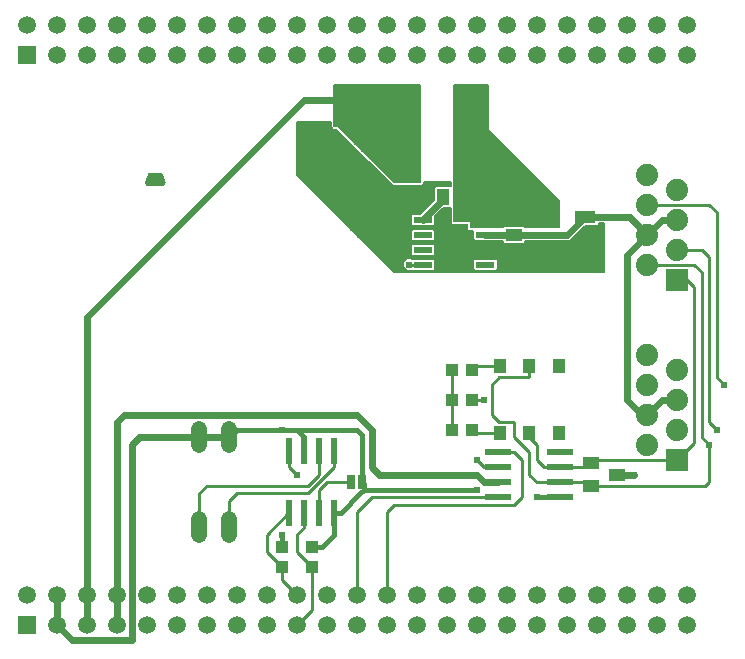
<source format=gtl>
G75*
G70*
%OFA0B0*%
%FSLAX24Y24*%
%IPPOS*%
%LPD*%
%AMOC8*
5,1,8,0,0,1.08239X$1,22.5*
%
%ADD10R,0.0594X0.0594*%
%ADD11C,0.0594*%
%ADD12R,0.0240X0.0870*%
%ADD13R,0.0250X0.0500*%
%ADD14C,0.0520*%
%ADD15R,0.0870X0.0240*%
%ADD16C,0.0740*%
%ADD17R,0.0740X0.0740*%
%ADD18R,0.0433X0.0394*%
%ADD19R,0.0394X0.0453*%
%ADD20R,0.0551X0.0394*%
%ADD21R,0.0394X0.0433*%
%ADD22C,0.0000*%
%ADD23C,0.0001*%
%ADD24R,0.0630X0.0210*%
%ADD25R,0.0950X0.1220*%
%ADD26R,0.0710X0.0440*%
%ADD27R,0.0570X0.0440*%
%ADD28R,0.0440X0.0570*%
%ADD29R,0.0310X0.1280*%
%ADD30R,0.0640X0.0860*%
%ADD31R,0.0870X0.3150*%
%ADD32C,0.0240*%
%ADD33C,0.0238*%
%ADD34C,0.0100*%
%ADD35C,0.0060*%
%ADD36C,0.0317*%
%ADD37C,0.0160*%
D10*
X008000Y000880D03*
X008000Y019880D03*
D11*
X009000Y019880D03*
X010000Y019880D03*
X011000Y019880D03*
X012000Y019880D03*
X013000Y019880D03*
X014000Y019880D03*
X015000Y019880D03*
X016000Y019880D03*
X017000Y019880D03*
X018000Y019880D03*
X019000Y019880D03*
X020000Y019880D03*
X021000Y019880D03*
X022000Y019880D03*
X023000Y019880D03*
X024000Y019880D03*
X025000Y019880D03*
X026000Y019880D03*
X027000Y019880D03*
X028000Y019880D03*
X029000Y019880D03*
X030000Y019880D03*
X030000Y020880D03*
X029000Y020880D03*
X028000Y020880D03*
X027000Y020880D03*
X026000Y020880D03*
X025000Y020880D03*
X024000Y020880D03*
X023000Y020880D03*
X022000Y020880D03*
X021000Y020880D03*
X020000Y020880D03*
X019000Y020880D03*
X018000Y020880D03*
X017000Y020880D03*
X016000Y020880D03*
X015000Y020880D03*
X014000Y020880D03*
X013000Y020880D03*
X012000Y020880D03*
X011000Y020880D03*
X010000Y020880D03*
X009000Y020880D03*
X008000Y020880D03*
X008000Y001880D03*
X009000Y001880D03*
X010000Y001880D03*
X011000Y001880D03*
X012000Y001880D03*
X013000Y001880D03*
X014000Y001880D03*
X015000Y001880D03*
X016000Y001880D03*
X017000Y001880D03*
X018000Y001880D03*
X019000Y001880D03*
X020000Y001880D03*
X021000Y001880D03*
X022000Y001880D03*
X023000Y001880D03*
X024000Y001880D03*
X025000Y001880D03*
X026000Y001880D03*
X027000Y001880D03*
X028000Y001880D03*
X029000Y001880D03*
X030000Y001880D03*
X030000Y000880D03*
X029000Y000880D03*
X028000Y000880D03*
X027000Y000880D03*
X026000Y000880D03*
X025000Y000880D03*
X024000Y000880D03*
X023000Y000880D03*
X022000Y000880D03*
X021000Y000880D03*
X020000Y000880D03*
X019000Y000880D03*
X018000Y000880D03*
X017000Y000880D03*
X016000Y000880D03*
X015000Y000880D03*
X014000Y000880D03*
X013000Y000880D03*
X012000Y000880D03*
X011000Y000880D03*
X010000Y000880D03*
X009000Y000880D03*
D12*
X016750Y004600D03*
X017250Y004600D03*
X017750Y004600D03*
X018250Y004600D03*
X018250Y006660D03*
X017750Y006660D03*
X017250Y006660D03*
X016750Y006660D03*
D13*
X018823Y005630D03*
X019177Y005630D03*
D14*
X014750Y004390D02*
X014750Y003870D01*
X013750Y003870D02*
X013750Y004390D01*
X013750Y006870D02*
X013750Y007390D01*
X014750Y007390D02*
X014750Y006870D01*
D15*
X023720Y006630D03*
X023720Y006130D03*
X023720Y005630D03*
X023720Y005130D03*
X025780Y005130D03*
X025780Y005630D03*
X025780Y006130D03*
X025780Y006630D03*
D16*
X028690Y006880D03*
X029690Y007380D03*
X028690Y007880D03*
X029690Y008380D03*
X028690Y008880D03*
X029690Y009380D03*
X028690Y009880D03*
X028690Y012880D03*
X029690Y013380D03*
X028690Y013880D03*
X029690Y014380D03*
X028690Y014880D03*
X029690Y015380D03*
X028690Y015880D03*
D17*
X029690Y012380D03*
X029690Y006380D03*
D18*
X022835Y007380D03*
X022165Y007380D03*
X022165Y008380D03*
X022835Y008380D03*
X022835Y009380D03*
X022165Y009380D03*
D19*
X023766Y009492D03*
X024750Y009492D03*
X025734Y009492D03*
X025734Y007268D03*
X024750Y007268D03*
X023766Y007268D03*
D20*
X026817Y006254D03*
X027683Y005880D03*
X026817Y005506D03*
D21*
X017500Y003465D03*
X016500Y003465D03*
X016500Y002795D03*
X017500Y002795D03*
D22*
X012545Y015526D02*
X012002Y015526D01*
X011982Y015565D01*
X011967Y015600D01*
X011951Y015640D01*
X011967Y015679D01*
X011982Y015723D01*
X011998Y015766D01*
X012014Y015809D01*
X012030Y015852D01*
X012045Y015896D01*
X012061Y015935D01*
X012108Y015935D01*
X012486Y015935D01*
X012502Y015896D01*
X012518Y015852D01*
X012533Y015809D01*
X012549Y015766D01*
X012565Y015723D01*
X012581Y015679D01*
X012596Y015640D01*
X012577Y015600D01*
X012561Y015565D01*
X012545Y015526D01*
D23*
X012002Y015526D01*
X012001Y015527D02*
X012546Y015527D01*
X012546Y015528D02*
X012001Y015528D01*
X012000Y015529D02*
X012547Y015529D01*
X012547Y015530D02*
X012000Y015530D01*
X011999Y015531D02*
X012547Y015531D01*
X012548Y015532D02*
X011999Y015532D01*
X011998Y015533D02*
X012548Y015533D01*
X012549Y015534D02*
X011998Y015534D01*
X011997Y015535D02*
X012549Y015535D01*
X012549Y015536D02*
X011997Y015536D01*
X011996Y015537D02*
X012550Y015537D01*
X012550Y015538D02*
X011996Y015538D01*
X011995Y015539D02*
X012551Y015539D01*
X012551Y015540D02*
X011995Y015540D01*
X011994Y015541D02*
X012551Y015541D01*
X012552Y015542D02*
X011994Y015542D01*
X011993Y015543D02*
X012552Y015543D01*
X012553Y015544D02*
X011993Y015544D01*
X011992Y015545D02*
X012553Y015545D01*
X012553Y015546D02*
X011992Y015546D01*
X011991Y015547D02*
X012554Y015547D01*
X012554Y015548D02*
X011991Y015548D01*
X011990Y015549D02*
X012555Y015549D01*
X012555Y015550D02*
X011990Y015550D01*
X011989Y015551D02*
X012555Y015551D01*
X012556Y015552D02*
X011989Y015552D01*
X011988Y015553D02*
X012556Y015553D01*
X012557Y015554D02*
X011988Y015554D01*
X011987Y015555D02*
X012557Y015555D01*
X012557Y015556D02*
X011987Y015556D01*
X011986Y015557D02*
X012558Y015557D01*
X012558Y015558D02*
X011986Y015558D01*
X011985Y015559D02*
X012559Y015559D01*
X012559Y015560D02*
X011985Y015560D01*
X011984Y015561D02*
X012559Y015561D01*
X012560Y015562D02*
X011984Y015562D01*
X011983Y015563D02*
X012560Y015563D01*
X012561Y015564D02*
X011983Y015564D01*
X011982Y015565D02*
X012561Y015565D01*
X012561Y015566D02*
X011982Y015566D01*
X011982Y015567D02*
X012562Y015567D01*
X012562Y015568D02*
X011981Y015568D01*
X011981Y015569D02*
X012563Y015569D01*
X012563Y015570D02*
X011980Y015570D01*
X011980Y015571D02*
X012564Y015571D01*
X012564Y015572D02*
X011979Y015572D01*
X011979Y015573D02*
X012564Y015573D01*
X012565Y015574D02*
X011978Y015574D01*
X011978Y015575D02*
X012565Y015575D01*
X012566Y015576D02*
X011978Y015576D01*
X011977Y015577D02*
X012566Y015577D01*
X012567Y015578D02*
X011977Y015578D01*
X011976Y015579D02*
X012567Y015579D01*
X012568Y015580D02*
X011976Y015580D01*
X011975Y015581D02*
X012568Y015581D01*
X012568Y015582D02*
X011975Y015582D01*
X011974Y015583D02*
X012569Y015583D01*
X012569Y015584D02*
X011974Y015584D01*
X011974Y015585D02*
X012570Y015585D01*
X012570Y015586D02*
X011973Y015586D01*
X011973Y015587D02*
X012571Y015587D01*
X012571Y015588D02*
X011972Y015588D01*
X011972Y015589D02*
X012572Y015589D01*
X012572Y015590D02*
X011971Y015590D01*
X011971Y015591D02*
X012572Y015591D01*
X012573Y015592D02*
X011970Y015592D01*
X011970Y015593D02*
X012573Y015593D01*
X012574Y015594D02*
X011970Y015594D01*
X011969Y015595D02*
X012574Y015595D01*
X012575Y015596D02*
X011969Y015596D01*
X011968Y015597D02*
X012575Y015597D01*
X012576Y015598D02*
X011968Y015598D01*
X011967Y015599D02*
X012576Y015599D01*
X012576Y015600D02*
X011967Y015600D01*
X011966Y015601D02*
X012577Y015601D01*
X012577Y015602D02*
X011966Y015602D01*
X011966Y015603D02*
X012578Y015603D01*
X012578Y015604D02*
X011965Y015604D01*
X011965Y015605D02*
X012579Y015605D01*
X012579Y015606D02*
X011964Y015606D01*
X011964Y015607D02*
X012580Y015607D01*
X012580Y015608D02*
X011964Y015608D01*
X011963Y015609D02*
X012581Y015609D01*
X012581Y015610D02*
X011963Y015610D01*
X011962Y015611D02*
X012582Y015611D01*
X012582Y015612D02*
X011962Y015612D01*
X011962Y015613D02*
X012583Y015613D01*
X012583Y015614D02*
X011961Y015614D01*
X011961Y015615D02*
X012584Y015615D01*
X012584Y015616D02*
X011960Y015616D01*
X011960Y015617D02*
X012585Y015617D01*
X012585Y015618D02*
X011960Y015618D01*
X011959Y015619D02*
X012586Y015619D01*
X012586Y015620D02*
X011959Y015620D01*
X011958Y015621D02*
X012587Y015621D01*
X012587Y015622D02*
X011958Y015622D01*
X011958Y015623D02*
X012588Y015623D01*
X012588Y015624D02*
X011957Y015624D01*
X011957Y015625D02*
X012589Y015625D01*
X012589Y015626D02*
X011956Y015626D01*
X011956Y015627D02*
X012590Y015627D01*
X012590Y015628D02*
X011956Y015628D01*
X011955Y015629D02*
X012591Y015629D01*
X012591Y015630D02*
X011955Y015630D01*
X011954Y015631D02*
X012592Y015631D01*
X012592Y015632D02*
X011954Y015632D01*
X011954Y015633D02*
X012593Y015633D01*
X012593Y015634D02*
X011953Y015634D01*
X011953Y015635D02*
X012594Y015635D01*
X012594Y015636D02*
X011952Y015636D01*
X011952Y015637D02*
X012595Y015637D01*
X012595Y015638D02*
X011952Y015638D01*
X011951Y015639D02*
X012596Y015639D01*
X012596Y015640D02*
X011951Y015640D01*
X011951Y015641D02*
X012596Y015641D01*
X012596Y015642D02*
X011952Y015642D01*
X011952Y015643D02*
X012595Y015643D01*
X012595Y015644D02*
X011952Y015644D01*
X011953Y015645D02*
X012595Y015645D01*
X012594Y015646D02*
X011953Y015646D01*
X011954Y015647D02*
X012594Y015647D01*
X012593Y015648D02*
X011954Y015648D01*
X011954Y015649D02*
X012593Y015649D01*
X012593Y015650D02*
X011955Y015650D01*
X011955Y015651D02*
X012592Y015651D01*
X012592Y015652D02*
X011956Y015652D01*
X011956Y015653D02*
X012591Y015653D01*
X012591Y015654D02*
X011956Y015654D01*
X011957Y015655D02*
X012591Y015655D01*
X012590Y015656D02*
X011957Y015656D01*
X011958Y015657D02*
X012590Y015657D01*
X012589Y015658D02*
X011958Y015658D01*
X011958Y015659D02*
X012589Y015659D01*
X012589Y015660D02*
X011959Y015660D01*
X011959Y015661D02*
X012588Y015661D01*
X012588Y015662D02*
X011960Y015662D01*
X011960Y015663D02*
X012587Y015663D01*
X012587Y015664D02*
X011960Y015664D01*
X011961Y015665D02*
X012587Y015665D01*
X012586Y015666D02*
X011961Y015666D01*
X011962Y015667D02*
X012586Y015667D01*
X012585Y015668D02*
X011962Y015668D01*
X011962Y015669D02*
X012585Y015669D01*
X012585Y015670D02*
X011963Y015670D01*
X011963Y015671D02*
X012584Y015671D01*
X012584Y015672D02*
X011964Y015672D01*
X011964Y015673D02*
X012583Y015673D01*
X012583Y015674D02*
X011964Y015674D01*
X011965Y015675D02*
X012583Y015675D01*
X012582Y015676D02*
X011965Y015676D01*
X011966Y015677D02*
X012582Y015677D01*
X012581Y015678D02*
X011966Y015678D01*
X011966Y015679D02*
X012581Y015679D01*
X012581Y015680D02*
X011967Y015680D01*
X011967Y015681D02*
X012580Y015681D01*
X012580Y015682D02*
X011967Y015682D01*
X011968Y015683D02*
X012579Y015683D01*
X012579Y015684D02*
X011968Y015684D01*
X011969Y015685D02*
X012579Y015685D01*
X012578Y015686D02*
X011969Y015686D01*
X011969Y015687D02*
X012578Y015687D01*
X012578Y015688D02*
X011970Y015688D01*
X011970Y015689D02*
X012577Y015689D01*
X012577Y015690D02*
X011970Y015690D01*
X011971Y015691D02*
X012577Y015691D01*
X012576Y015692D02*
X011971Y015692D01*
X011971Y015693D02*
X012576Y015693D01*
X012575Y015694D02*
X011972Y015694D01*
X011972Y015695D02*
X012575Y015695D01*
X012575Y015696D02*
X011973Y015696D01*
X011973Y015697D02*
X012574Y015697D01*
X012574Y015698D02*
X011973Y015698D01*
X011974Y015699D02*
X012574Y015699D01*
X012573Y015700D02*
X011974Y015700D01*
X011974Y015701D02*
X012573Y015701D01*
X012573Y015702D02*
X011975Y015702D01*
X011975Y015703D02*
X012572Y015703D01*
X012572Y015704D02*
X011975Y015704D01*
X011976Y015705D02*
X012571Y015705D01*
X012571Y015706D02*
X011976Y015706D01*
X011977Y015707D02*
X012571Y015707D01*
X012570Y015708D02*
X011977Y015708D01*
X011977Y015709D02*
X012570Y015709D01*
X012570Y015710D02*
X011978Y015710D01*
X011978Y015711D02*
X012569Y015711D01*
X012569Y015712D02*
X011978Y015712D01*
X011979Y015713D02*
X012569Y015713D01*
X012568Y015714D02*
X011979Y015714D01*
X011979Y015715D02*
X012568Y015715D01*
X012567Y015716D02*
X011980Y015716D01*
X011980Y015717D02*
X012567Y015717D01*
X012567Y015718D02*
X011981Y015718D01*
X011981Y015719D02*
X012566Y015719D01*
X012566Y015720D02*
X011981Y015720D01*
X011982Y015721D02*
X012566Y015721D01*
X012565Y015722D02*
X011982Y015722D01*
X011982Y015723D02*
X012565Y015723D01*
X012565Y015724D02*
X011983Y015724D01*
X011983Y015725D02*
X012564Y015725D01*
X012564Y015726D02*
X011983Y015726D01*
X011984Y015727D02*
X012563Y015727D01*
X012563Y015728D02*
X011984Y015728D01*
X011985Y015729D02*
X012563Y015729D01*
X012562Y015730D02*
X011985Y015730D01*
X011985Y015731D02*
X012562Y015731D01*
X012562Y015732D02*
X011986Y015732D01*
X011986Y015733D02*
X012561Y015733D01*
X012561Y015734D02*
X011986Y015734D01*
X011987Y015735D02*
X012561Y015735D01*
X012560Y015736D02*
X011987Y015736D01*
X011987Y015737D02*
X012560Y015737D01*
X012559Y015738D02*
X011988Y015738D01*
X011988Y015739D02*
X012559Y015739D01*
X012559Y015740D02*
X011989Y015740D01*
X011989Y015741D02*
X012558Y015741D01*
X012558Y015742D02*
X011989Y015742D01*
X011990Y015743D02*
X012558Y015743D01*
X012557Y015744D02*
X011990Y015744D01*
X011990Y015745D02*
X012557Y015745D01*
X012557Y015746D02*
X011991Y015746D01*
X011991Y015747D02*
X012556Y015747D01*
X012556Y015748D02*
X011991Y015748D01*
X011992Y015749D02*
X012555Y015749D01*
X012555Y015750D02*
X011992Y015750D01*
X011992Y015751D02*
X012555Y015751D01*
X012554Y015752D02*
X011993Y015752D01*
X011993Y015753D02*
X012554Y015753D01*
X012554Y015754D02*
X011994Y015754D01*
X011994Y015755D02*
X012553Y015755D01*
X012553Y015756D02*
X011994Y015756D01*
X011995Y015757D02*
X012553Y015757D01*
X012552Y015758D02*
X011995Y015758D01*
X011995Y015759D02*
X012552Y015759D01*
X012551Y015760D02*
X011996Y015760D01*
X011996Y015761D02*
X012551Y015761D01*
X012551Y015762D02*
X011996Y015762D01*
X011997Y015763D02*
X012550Y015763D01*
X012550Y015764D02*
X011997Y015764D01*
X011998Y015765D02*
X012550Y015765D01*
X012549Y015766D02*
X011998Y015766D01*
X011998Y015767D02*
X012549Y015767D01*
X012549Y015768D02*
X011999Y015768D01*
X011999Y015769D02*
X012548Y015769D01*
X012548Y015770D02*
X011999Y015770D01*
X012000Y015771D02*
X012547Y015771D01*
X012547Y015772D02*
X012000Y015772D01*
X012000Y015773D02*
X012547Y015773D01*
X012546Y015774D02*
X012001Y015774D01*
X012001Y015775D02*
X012546Y015775D01*
X012546Y015776D02*
X012002Y015776D01*
X012002Y015777D02*
X012545Y015777D01*
X012545Y015778D02*
X012002Y015778D01*
X012003Y015779D02*
X012545Y015779D01*
X012544Y015780D02*
X012003Y015780D01*
X012003Y015781D02*
X012544Y015781D01*
X012543Y015782D02*
X012004Y015782D01*
X012004Y015783D02*
X012543Y015783D01*
X012543Y015784D02*
X012004Y015784D01*
X012005Y015785D02*
X012542Y015785D01*
X012542Y015786D02*
X012005Y015786D01*
X012006Y015787D02*
X012542Y015787D01*
X012541Y015788D02*
X012006Y015788D01*
X012006Y015789D02*
X012541Y015789D01*
X012541Y015790D02*
X012007Y015790D01*
X012007Y015791D02*
X012540Y015791D01*
X012540Y015792D02*
X012007Y015792D01*
X012008Y015793D02*
X012539Y015793D01*
X012539Y015794D02*
X012008Y015794D01*
X012008Y015795D02*
X012539Y015795D01*
X012538Y015796D02*
X012009Y015796D01*
X012009Y015797D02*
X012538Y015797D01*
X012538Y015798D02*
X012010Y015798D01*
X012010Y015799D02*
X012537Y015799D01*
X012537Y015800D02*
X012010Y015800D01*
X012011Y015801D02*
X012537Y015801D01*
X012536Y015802D02*
X012011Y015802D01*
X012011Y015803D02*
X012536Y015803D01*
X012535Y015804D02*
X012012Y015804D01*
X012012Y015805D02*
X012535Y015805D01*
X012535Y015806D02*
X012012Y015806D01*
X012013Y015807D02*
X012534Y015807D01*
X012534Y015808D02*
X012013Y015808D01*
X012014Y015809D02*
X012534Y015809D01*
X012533Y015810D02*
X012014Y015810D01*
X012014Y015811D02*
X012533Y015811D01*
X012533Y015812D02*
X012015Y015812D01*
X012015Y015813D02*
X012532Y015813D01*
X012532Y015814D02*
X012015Y015814D01*
X012016Y015815D02*
X012531Y015815D01*
X012531Y015816D02*
X012016Y015816D01*
X012016Y015817D02*
X012531Y015817D01*
X012530Y015818D02*
X012017Y015818D01*
X012017Y015819D02*
X012530Y015819D01*
X012530Y015820D02*
X012018Y015820D01*
X012018Y015821D02*
X012529Y015821D01*
X012529Y015822D02*
X012018Y015822D01*
X012019Y015823D02*
X012529Y015823D01*
X012528Y015824D02*
X012019Y015824D01*
X012019Y015825D02*
X012528Y015825D01*
X012528Y015826D02*
X012020Y015826D01*
X012020Y015827D02*
X012527Y015827D01*
X012527Y015828D02*
X012020Y015828D01*
X012021Y015829D02*
X012526Y015829D01*
X012526Y015830D02*
X012021Y015830D01*
X012022Y015831D02*
X012526Y015831D01*
X012525Y015832D02*
X012022Y015832D01*
X012022Y015833D02*
X012525Y015833D01*
X012525Y015834D02*
X012023Y015834D01*
X012023Y015835D02*
X012524Y015835D01*
X012524Y015836D02*
X012023Y015836D01*
X012024Y015837D02*
X012524Y015837D01*
X012523Y015838D02*
X012024Y015838D01*
X012024Y015839D02*
X012523Y015839D01*
X012522Y015840D02*
X012025Y015840D01*
X012025Y015841D02*
X012522Y015841D01*
X012522Y015842D02*
X012026Y015842D01*
X012026Y015843D02*
X012521Y015843D01*
X012521Y015844D02*
X012026Y015844D01*
X012027Y015845D02*
X012521Y015845D01*
X012520Y015846D02*
X012027Y015846D01*
X012027Y015847D02*
X012520Y015847D01*
X012520Y015848D02*
X012028Y015848D01*
X012028Y015849D02*
X012519Y015849D01*
X012519Y015850D02*
X012028Y015850D01*
X012029Y015851D02*
X012518Y015851D01*
X012518Y015852D02*
X012029Y015852D01*
X012030Y015853D02*
X012518Y015853D01*
X012517Y015854D02*
X012030Y015854D01*
X012030Y015855D02*
X012517Y015855D01*
X012517Y015856D02*
X012031Y015856D01*
X012031Y015857D02*
X012516Y015857D01*
X012516Y015858D02*
X012031Y015858D01*
X012032Y015859D02*
X012516Y015859D01*
X012515Y015860D02*
X012032Y015860D01*
X012032Y015861D02*
X012515Y015861D01*
X012514Y015862D02*
X012033Y015862D01*
X012033Y015863D02*
X012514Y015863D01*
X012034Y015863D01*
X012034Y015864D02*
X012513Y015864D01*
X012513Y015865D02*
X012034Y015865D01*
X012035Y015866D02*
X012513Y015866D01*
X012512Y015867D02*
X012035Y015867D01*
X012035Y015868D02*
X012512Y015868D01*
X012512Y015869D02*
X012036Y015869D01*
X012036Y015870D02*
X012511Y015870D01*
X012511Y015871D02*
X012036Y015871D01*
X012037Y015872D02*
X012510Y015872D01*
X012510Y015873D02*
X012037Y015873D01*
X012038Y015874D02*
X012510Y015874D01*
X012509Y015875D02*
X012038Y015875D01*
X012038Y015876D02*
X012509Y015876D01*
X012509Y015877D02*
X012039Y015877D01*
X012039Y015878D02*
X012508Y015878D01*
X012508Y015879D02*
X012039Y015879D01*
X012040Y015880D02*
X012508Y015880D01*
X012507Y015881D02*
X012040Y015881D01*
X012040Y015882D02*
X012507Y015882D01*
X012506Y015883D02*
X012041Y015883D01*
X012041Y015884D02*
X012506Y015884D01*
X012506Y015885D02*
X012042Y015885D01*
X012042Y015886D02*
X012505Y015886D01*
X012505Y015887D02*
X012042Y015887D01*
X012043Y015888D02*
X012505Y015888D01*
X012504Y015889D02*
X012043Y015889D01*
X012043Y015890D02*
X012504Y015890D01*
X012504Y015891D02*
X012044Y015891D01*
X012044Y015892D02*
X012503Y015892D01*
X012503Y015893D02*
X012044Y015893D01*
X012045Y015894D02*
X012502Y015894D01*
X012502Y015895D02*
X012045Y015895D01*
X012046Y015896D02*
X012502Y015896D01*
X012501Y015897D02*
X012046Y015897D01*
X012046Y015898D02*
X012501Y015898D01*
X012500Y015899D02*
X012047Y015899D01*
X012047Y015900D02*
X012500Y015900D01*
X012500Y015901D02*
X012048Y015901D01*
X012048Y015902D02*
X012499Y015902D01*
X012499Y015903D02*
X012048Y015903D01*
X012049Y015904D02*
X012498Y015904D01*
X012498Y015905D02*
X012049Y015905D01*
X012050Y015906D02*
X012498Y015906D01*
X012497Y015907D02*
X012050Y015907D01*
X012050Y015908D02*
X012497Y015908D01*
X012496Y015909D02*
X012051Y015909D01*
X012051Y015910D02*
X012496Y015910D01*
X012496Y015911D02*
X012052Y015911D01*
X012052Y015912D02*
X012495Y015912D01*
X012495Y015913D02*
X012052Y015913D01*
X012053Y015914D02*
X012494Y015914D01*
X012494Y015915D02*
X012053Y015915D01*
X012054Y015916D02*
X012494Y015916D01*
X012493Y015917D02*
X012054Y015917D01*
X012054Y015918D02*
X012493Y015918D01*
X012492Y015919D02*
X012055Y015919D01*
X012055Y015920D02*
X012492Y015920D01*
X012492Y015921D02*
X012056Y015921D01*
X012056Y015922D02*
X012491Y015922D01*
X012491Y015923D02*
X012056Y015923D01*
X012057Y015924D02*
X012490Y015924D01*
X012490Y015925D02*
X012057Y015925D01*
X012058Y015926D02*
X012490Y015926D01*
X012489Y015927D02*
X012058Y015927D01*
X012058Y015928D02*
X012489Y015928D01*
X012488Y015929D02*
X012059Y015929D01*
X012059Y015930D02*
X012488Y015930D01*
X012488Y015931D02*
X012060Y015931D01*
X012060Y015932D02*
X012487Y015932D01*
X012487Y015933D02*
X012060Y015933D01*
X012061Y015934D02*
X012486Y015934D01*
D24*
X021210Y014380D03*
X021210Y013880D03*
X021210Y013380D03*
X021210Y012880D03*
X023290Y012880D03*
X023290Y013380D03*
X023290Y013880D03*
X023290Y014380D03*
D25*
X022250Y013630D03*
D26*
X026625Y013290D03*
X026625Y014470D03*
D27*
X024250Y013865D03*
X024250Y013145D03*
D28*
X022610Y015130D03*
X021890Y015130D03*
D29*
X018500Y016355D03*
X018500Y018155D03*
D30*
X025375Y014610D03*
X025375Y013150D03*
D31*
X022870Y017255D03*
X020630Y017255D03*
D32*
X020500Y017385D01*
X020500Y018130D01*
X020475Y018155D01*
X018500Y018155D01*
X018500Y018380D02*
X017250Y018380D01*
X010000Y011130D01*
X010000Y001880D01*
X010000Y000880D01*
X009500Y000380D02*
X010500Y000380D01*
X011500Y000380D01*
X011500Y006880D01*
X011750Y007130D01*
X013750Y007130D01*
X014750Y007130D01*
X011250Y007880D02*
X011000Y007630D01*
X011000Y001880D01*
X011000Y000880D01*
X009500Y000380D02*
X009000Y000880D01*
X009000Y001880D01*
X011250Y007880D02*
X019000Y007880D01*
X019500Y007380D01*
X019500Y006130D01*
X019750Y005880D01*
X023000Y005880D01*
X023250Y005630D01*
X023720Y005630D01*
X027683Y005880D02*
X028250Y005880D01*
X028500Y007880D02*
X028000Y008380D01*
X028000Y011380D01*
X028000Y013190D01*
X028690Y013880D01*
X028100Y014470D01*
X026625Y014470D01*
X026020Y013865D01*
X024250Y013865D01*
X024235Y013880D01*
X023290Y013880D01*
X023290Y014380D02*
X022610Y015060D01*
X022610Y015130D01*
X022610Y016995D01*
X022870Y017255D01*
X025375Y014750D01*
X025375Y014610D01*
X026625Y013290D02*
X026625Y012880D01*
X028690Y013880D02*
X029190Y014380D01*
X029690Y014380D01*
X021890Y015060D02*
X021210Y014380D01*
X021890Y015060D02*
X021890Y015130D01*
X019750Y017255D02*
X019625Y017255D01*
X018500Y018380D01*
X028690Y007880D02*
X029190Y008380D01*
X029690Y008380D01*
X028690Y007880D02*
X028500Y007880D01*
D33*
X030750Y006880D03*
X031000Y007380D03*
X031250Y008880D03*
X028250Y005880D03*
X025000Y005130D03*
X023000Y005380D03*
X023000Y006380D03*
X023250Y008380D03*
X017000Y005880D03*
X016500Y007380D03*
X016500Y003880D03*
X020750Y012880D03*
X021875Y013130D03*
X022125Y013380D03*
X021875Y013630D03*
X022125Y013880D03*
X021875Y014130D03*
X022375Y014130D03*
X022625Y013880D03*
X022375Y013630D03*
X022625Y013380D03*
X022375Y013130D03*
X019750Y017255D03*
D34*
X020630Y017255D01*
X020750Y012880D02*
X021210Y012880D01*
X022165Y009380D02*
X022165Y008380D01*
X022165Y007380D01*
X022835Y007380D02*
X022947Y007268D01*
X023766Y007268D01*
X023750Y007630D02*
X024250Y007630D01*
X024250Y007130D01*
X024750Y006630D01*
X024750Y005880D01*
X025000Y005630D01*
X025780Y005630D01*
X026693Y005630D01*
X026817Y005506D01*
X030626Y005506D01*
X030750Y005630D01*
X030750Y006880D01*
X030500Y007130D01*
X030500Y012630D01*
X030250Y012880D01*
X028690Y012880D01*
X029690Y012380D02*
X030000Y012380D01*
X030250Y012130D01*
X030250Y006940D01*
X029690Y006380D01*
X026943Y006380D01*
X026817Y006254D01*
X026693Y006130D01*
X025780Y006130D01*
X025250Y006130D01*
X025000Y006380D01*
X025000Y006880D01*
X024750Y007130D01*
X024750Y007268D01*
X024250Y006630D02*
X023720Y006630D01*
X023720Y006130D02*
X023250Y006130D01*
X023000Y006380D01*
X024250Y006630D02*
X024500Y006380D01*
X024500Y005130D01*
X024250Y004880D01*
X020250Y004880D01*
X020000Y004630D01*
X020000Y001880D01*
X019000Y001880D02*
X019000Y004630D01*
X019500Y005130D01*
X023720Y005130D01*
X023750Y007630D02*
X023500Y007880D01*
X023500Y008630D01*
X023500Y008880D01*
X023750Y009130D01*
X024750Y009130D01*
X024750Y009492D01*
X023766Y009492D02*
X022947Y009492D01*
X022835Y009380D01*
X022835Y008380D02*
X023250Y008380D01*
X018823Y005630D02*
X018000Y005630D01*
X017750Y005380D01*
X017750Y004600D01*
X017250Y004600D02*
X017250Y004130D01*
X017000Y003880D01*
X017000Y003295D01*
X017500Y002795D01*
X017500Y001380D01*
X017000Y000880D01*
X017000Y001880D02*
X016500Y002380D01*
X016500Y002795D01*
X016000Y003295D01*
X016000Y003880D01*
X016720Y004600D01*
X016750Y004600D01*
X017375Y005255D02*
X018250Y006130D01*
X018250Y006660D01*
X017750Y006660D02*
X017750Y005880D01*
X017375Y005505D01*
X014000Y005505D01*
X013750Y005255D01*
X013750Y004130D01*
X014750Y004130D02*
X014750Y005005D01*
X015000Y005255D01*
X017375Y005255D01*
X017000Y005880D02*
X016750Y006130D01*
X016750Y006660D01*
X029690Y013380D02*
X030500Y013380D01*
X030750Y013130D01*
X030750Y007630D01*
X031000Y007380D01*
X031250Y008880D02*
X031000Y009130D01*
X031000Y014630D01*
X030750Y014880D01*
X028690Y014880D01*
D35*
X027250Y014260D02*
X027250Y012630D01*
X020250Y012630D01*
X017000Y015880D01*
X017000Y017630D01*
X018130Y017630D01*
X018130Y017455D01*
X018200Y017385D01*
X018325Y017385D01*
X020130Y015580D01*
X020200Y015510D01*
X021175Y015510D01*
X021245Y015580D01*
X021245Y015630D01*
X022130Y015630D01*
X022130Y015505D01*
X021633Y015505D01*
X021580Y015452D01*
X021580Y015047D01*
X021108Y014575D01*
X020858Y014575D01*
X020805Y014522D01*
X020805Y014238D01*
X020858Y014185D01*
X021108Y014185D01*
X021123Y014170D01*
X021297Y014170D01*
X021312Y014185D01*
X021562Y014185D01*
X021615Y014238D01*
X021615Y014488D01*
X021882Y014755D01*
X022130Y014755D01*
X022130Y014080D01*
X022200Y014010D01*
X022885Y014010D01*
X022885Y013738D01*
X022938Y013685D01*
X023188Y013685D01*
X023203Y013670D01*
X023875Y013670D01*
X023875Y013608D01*
X023928Y013555D01*
X024572Y013555D01*
X024625Y013608D01*
X024625Y013655D01*
X026107Y013655D01*
X026612Y014160D01*
X027017Y014160D01*
X027070Y014213D01*
X027070Y014260D01*
X027250Y014260D01*
X027250Y014229D02*
X027070Y014229D01*
X027027Y014170D02*
X027250Y014170D01*
X027250Y014112D02*
X026564Y014112D01*
X026505Y014053D02*
X027250Y014053D01*
X027250Y013995D02*
X026447Y013995D01*
X026388Y013936D02*
X027250Y013936D01*
X027250Y013878D02*
X026330Y013878D01*
X026271Y013819D02*
X027250Y013819D01*
X027250Y013761D02*
X026213Y013761D01*
X026154Y013702D02*
X027250Y013702D01*
X027250Y013644D02*
X024625Y013644D01*
X024602Y013585D02*
X027250Y013585D01*
X027250Y013527D02*
X021611Y013527D01*
X021615Y013522D02*
X021562Y013575D01*
X020858Y013575D01*
X020805Y013522D01*
X020805Y013238D01*
X020858Y013185D01*
X021562Y013185D01*
X021615Y013238D01*
X021615Y013522D01*
X021615Y013468D02*
X027250Y013468D01*
X027250Y013410D02*
X021615Y013410D01*
X021615Y013351D02*
X027250Y013351D01*
X027250Y013293D02*
X021615Y013293D01*
X021611Y013234D02*
X027250Y013234D01*
X027250Y013176D02*
X019704Y013176D01*
X019646Y013234D02*
X020809Y013234D01*
X020805Y013293D02*
X019587Y013293D01*
X019529Y013351D02*
X020805Y013351D01*
X020805Y013410D02*
X019470Y013410D01*
X019412Y013468D02*
X020805Y013468D01*
X020809Y013527D02*
X019353Y013527D01*
X019295Y013585D02*
X023898Y013585D01*
X023875Y013644D02*
X019236Y013644D01*
X019178Y013702D02*
X020841Y013702D01*
X020858Y013685D02*
X020805Y013738D01*
X020805Y014022D01*
X020858Y014075D01*
X021562Y014075D01*
X021615Y014022D01*
X021615Y013738D01*
X021562Y013685D01*
X020858Y013685D01*
X020805Y013761D02*
X019119Y013761D01*
X019061Y013819D02*
X020805Y013819D01*
X020805Y013878D02*
X019002Y013878D01*
X018944Y013936D02*
X020805Y013936D01*
X020805Y013995D02*
X018885Y013995D01*
X018827Y014053D02*
X020836Y014053D01*
X020814Y014229D02*
X018651Y014229D01*
X018593Y014287D02*
X020805Y014287D01*
X020805Y014346D02*
X018534Y014346D01*
X018476Y014404D02*
X020805Y014404D01*
X020805Y014463D02*
X018417Y014463D01*
X018359Y014521D02*
X020805Y014521D01*
X021113Y014580D02*
X018300Y014580D01*
X018242Y014638D02*
X021171Y014638D01*
X021230Y014697D02*
X018183Y014697D01*
X018125Y014755D02*
X021288Y014755D01*
X021347Y014814D02*
X018066Y014814D01*
X018008Y014872D02*
X021405Y014872D01*
X021464Y014931D02*
X017949Y014931D01*
X017891Y014989D02*
X021522Y014989D01*
X021580Y015048D02*
X017832Y015048D01*
X017774Y015106D02*
X021580Y015106D01*
X021580Y015165D02*
X017715Y015165D01*
X017657Y015223D02*
X021580Y015223D01*
X021580Y015282D02*
X017598Y015282D01*
X017540Y015340D02*
X021580Y015340D01*
X021580Y015399D02*
X017481Y015399D01*
X017423Y015457D02*
X021585Y015457D01*
X021239Y015574D02*
X022130Y015574D01*
X022130Y015516D02*
X021180Y015516D01*
X021125Y015630D02*
X020250Y015630D01*
X018375Y017505D01*
X018250Y017505D01*
X018250Y018880D01*
X021125Y018880D01*
X021125Y015630D01*
X021125Y015633D02*
X020247Y015633D01*
X020189Y015691D02*
X021125Y015691D01*
X021125Y015750D02*
X020130Y015750D01*
X020072Y015808D02*
X021125Y015808D01*
X021125Y015867D02*
X020013Y015867D01*
X019955Y015925D02*
X021125Y015925D01*
X021125Y015984D02*
X019896Y015984D01*
X019838Y016042D02*
X021125Y016042D01*
X021125Y016101D02*
X019779Y016101D01*
X019721Y016159D02*
X021125Y016159D01*
X021125Y016218D02*
X019662Y016218D01*
X019604Y016276D02*
X021125Y016276D01*
X021125Y016335D02*
X019545Y016335D01*
X019487Y016393D02*
X021125Y016393D01*
X021125Y016452D02*
X019428Y016452D01*
X019370Y016510D02*
X021125Y016510D01*
X021125Y016569D02*
X019311Y016569D01*
X019253Y016627D02*
X021125Y016627D01*
X021125Y016686D02*
X019194Y016686D01*
X019136Y016744D02*
X021125Y016744D01*
X021125Y016803D02*
X019077Y016803D01*
X019019Y016861D02*
X021125Y016861D01*
X021125Y016920D02*
X018960Y016920D01*
X018902Y016978D02*
X021125Y016978D01*
X021125Y017037D02*
X018843Y017037D01*
X018785Y017095D02*
X021125Y017095D01*
X021125Y017154D02*
X018726Y017154D01*
X018668Y017212D02*
X021125Y017212D01*
X021125Y017271D02*
X018609Y017271D01*
X018551Y017329D02*
X021125Y017329D01*
X021125Y017388D02*
X018492Y017388D01*
X018434Y017446D02*
X021125Y017446D01*
X021125Y017505D02*
X018375Y017505D01*
X018250Y017563D02*
X021125Y017563D01*
X021125Y017622D02*
X018250Y017622D01*
X018250Y017680D02*
X021125Y017680D01*
X021125Y017739D02*
X018250Y017739D01*
X018250Y017797D02*
X021125Y017797D01*
X021125Y017856D02*
X018250Y017856D01*
X018250Y017914D02*
X021125Y017914D01*
X021125Y017973D02*
X018250Y017973D01*
X018250Y018031D02*
X021125Y018031D01*
X021125Y018090D02*
X018250Y018090D01*
X018250Y018148D02*
X021125Y018148D01*
X021125Y018207D02*
X018250Y018207D01*
X018250Y018265D02*
X021125Y018265D01*
X021125Y018324D02*
X018250Y018324D01*
X018250Y018382D02*
X021125Y018382D01*
X021125Y018441D02*
X018250Y018441D01*
X018250Y018499D02*
X021125Y018499D01*
X021125Y018558D02*
X018250Y018558D01*
X018250Y018616D02*
X021125Y018616D01*
X021125Y018675D02*
X018250Y018675D01*
X018250Y018733D02*
X021125Y018733D01*
X021125Y018792D02*
X018250Y018792D01*
X018250Y018850D02*
X021125Y018850D01*
X022250Y018850D02*
X023375Y018850D01*
X023375Y018880D02*
X022250Y018880D01*
X022250Y014330D01*
X022279Y014330D01*
X022288Y014339D01*
X022462Y014339D01*
X022471Y014330D01*
X022762Y014330D01*
X022815Y014277D01*
X022815Y014130D01*
X023883Y014130D01*
X023928Y014175D01*
X024572Y014175D01*
X024617Y014130D01*
X025750Y014130D01*
X025750Y015005D01*
X023375Y017380D01*
X023375Y018880D01*
X023375Y018792D02*
X022250Y018792D01*
X022250Y018733D02*
X023375Y018733D01*
X023375Y018675D02*
X022250Y018675D01*
X022250Y018616D02*
X023375Y018616D01*
X023375Y018558D02*
X022250Y018558D01*
X022250Y018499D02*
X023375Y018499D01*
X023375Y018441D02*
X022250Y018441D01*
X022250Y018382D02*
X023375Y018382D01*
X023375Y018324D02*
X022250Y018324D01*
X022250Y018265D02*
X023375Y018265D01*
X023375Y018207D02*
X022250Y018207D01*
X022250Y018148D02*
X023375Y018148D01*
X023375Y018090D02*
X022250Y018090D01*
X022250Y018031D02*
X023375Y018031D01*
X023375Y017973D02*
X022250Y017973D01*
X022250Y017914D02*
X023375Y017914D01*
X023375Y017856D02*
X022250Y017856D01*
X022250Y017797D02*
X023375Y017797D01*
X023375Y017739D02*
X022250Y017739D01*
X022250Y017680D02*
X023375Y017680D01*
X023375Y017622D02*
X022250Y017622D01*
X022250Y017563D02*
X023375Y017563D01*
X023375Y017505D02*
X022250Y017505D01*
X022250Y017446D02*
X023375Y017446D01*
X023375Y017388D02*
X022250Y017388D01*
X022250Y017329D02*
X023426Y017329D01*
X023484Y017271D02*
X022250Y017271D01*
X022250Y017212D02*
X023543Y017212D01*
X023601Y017154D02*
X022250Y017154D01*
X022250Y017095D02*
X023660Y017095D01*
X023718Y017037D02*
X022250Y017037D01*
X022250Y016978D02*
X023777Y016978D01*
X023835Y016920D02*
X022250Y016920D01*
X022250Y016861D02*
X023894Y016861D01*
X023952Y016803D02*
X022250Y016803D01*
X022250Y016744D02*
X024011Y016744D01*
X024069Y016686D02*
X022250Y016686D01*
X022250Y016627D02*
X024128Y016627D01*
X024186Y016569D02*
X022250Y016569D01*
X022250Y016510D02*
X024245Y016510D01*
X024303Y016452D02*
X022250Y016452D01*
X022250Y016393D02*
X024362Y016393D01*
X024420Y016335D02*
X022250Y016335D01*
X022250Y016276D02*
X024479Y016276D01*
X024537Y016218D02*
X022250Y016218D01*
X022250Y016159D02*
X024596Y016159D01*
X024654Y016101D02*
X022250Y016101D01*
X022250Y016042D02*
X024713Y016042D01*
X024771Y015984D02*
X022250Y015984D01*
X022250Y015925D02*
X024830Y015925D01*
X024888Y015867D02*
X022250Y015867D01*
X022250Y015808D02*
X024947Y015808D01*
X025005Y015750D02*
X022250Y015750D01*
X022250Y015691D02*
X025064Y015691D01*
X025122Y015633D02*
X022250Y015633D01*
X022250Y015574D02*
X025181Y015574D01*
X025239Y015516D02*
X022250Y015516D01*
X022250Y015457D02*
X025298Y015457D01*
X025356Y015399D02*
X022250Y015399D01*
X022250Y015340D02*
X025415Y015340D01*
X025473Y015282D02*
X022250Y015282D01*
X022250Y015223D02*
X025532Y015223D01*
X025590Y015165D02*
X022250Y015165D01*
X022250Y015106D02*
X025649Y015106D01*
X025707Y015048D02*
X022250Y015048D01*
X022250Y014989D02*
X025750Y014989D01*
X025750Y014931D02*
X022250Y014931D01*
X022250Y014872D02*
X025750Y014872D01*
X025750Y014814D02*
X022250Y014814D01*
X022250Y014755D02*
X025750Y014755D01*
X025750Y014697D02*
X022250Y014697D01*
X022250Y014638D02*
X025750Y014638D01*
X025750Y014580D02*
X022250Y014580D01*
X022250Y014521D02*
X025750Y014521D01*
X025750Y014463D02*
X022250Y014463D01*
X022250Y014404D02*
X025750Y014404D01*
X025750Y014346D02*
X022250Y014346D01*
X022130Y014346D02*
X021615Y014346D01*
X021615Y014404D02*
X022130Y014404D01*
X022130Y014463D02*
X021615Y014463D01*
X021648Y014521D02*
X022130Y014521D01*
X022130Y014580D02*
X021707Y014580D01*
X021765Y014638D02*
X022130Y014638D01*
X022130Y014697D02*
X021824Y014697D01*
X021615Y014287D02*
X022130Y014287D01*
X022130Y014229D02*
X021606Y014229D01*
X021584Y014053D02*
X022157Y014053D01*
X022130Y014112D02*
X018768Y014112D01*
X018710Y014170D02*
X021123Y014170D01*
X021297Y014170D02*
X022130Y014170D01*
X021615Y013995D02*
X022885Y013995D01*
X022885Y013936D02*
X021615Y013936D01*
X021615Y013878D02*
X022885Y013878D01*
X022885Y013819D02*
X021615Y013819D01*
X021615Y013761D02*
X022885Y013761D01*
X022921Y013702D02*
X021579Y013702D01*
X021562Y013075D02*
X020858Y013075D01*
X020854Y013071D01*
X020837Y013089D01*
X020663Y013089D01*
X020541Y012967D01*
X020541Y012793D01*
X020663Y012671D01*
X020837Y012671D01*
X020854Y012689D01*
X020858Y012685D01*
X021562Y012685D01*
X021615Y012738D01*
X021615Y013022D01*
X021562Y013075D01*
X021579Y013059D02*
X022921Y013059D01*
X022938Y013075D02*
X022885Y013022D01*
X022885Y012738D01*
X022938Y012685D01*
X023642Y012685D01*
X023695Y012738D01*
X023695Y013022D01*
X023642Y013075D01*
X022938Y013075D01*
X022885Y013000D02*
X021615Y013000D01*
X021615Y012942D02*
X022885Y012942D01*
X022885Y012883D02*
X021615Y012883D01*
X021615Y012825D02*
X022885Y012825D01*
X022885Y012766D02*
X021615Y012766D01*
X021585Y012708D02*
X022915Y012708D01*
X023665Y012708D02*
X027250Y012708D01*
X027250Y012766D02*
X023695Y012766D01*
X023695Y012825D02*
X027250Y012825D01*
X027250Y012883D02*
X023695Y012883D01*
X023695Y012942D02*
X027250Y012942D01*
X027250Y013000D02*
X023695Y013000D01*
X023659Y013059D02*
X027250Y013059D01*
X027250Y013117D02*
X019763Y013117D01*
X019821Y013059D02*
X020633Y013059D01*
X020574Y013000D02*
X019880Y013000D01*
X019938Y012942D02*
X020541Y012942D01*
X020541Y012883D02*
X019997Y012883D01*
X020055Y012825D02*
X020541Y012825D01*
X020568Y012766D02*
X020114Y012766D01*
X020172Y012708D02*
X020627Y012708D01*
X020231Y012649D02*
X027250Y012649D01*
X025750Y014170D02*
X024577Y014170D01*
X023923Y014170D02*
X022815Y014170D01*
X022815Y014229D02*
X025750Y014229D01*
X025750Y014287D02*
X022805Y014287D01*
X020195Y015516D02*
X017364Y015516D01*
X017306Y015574D02*
X020136Y015574D01*
X020078Y015633D02*
X017247Y015633D01*
X017189Y015691D02*
X020019Y015691D01*
X019961Y015750D02*
X017130Y015750D01*
X017072Y015808D02*
X019902Y015808D01*
X019844Y015867D02*
X017013Y015867D01*
X017000Y015925D02*
X019785Y015925D01*
X019727Y015984D02*
X017000Y015984D01*
X017000Y016042D02*
X019668Y016042D01*
X019610Y016101D02*
X017000Y016101D01*
X017000Y016159D02*
X019551Y016159D01*
X019493Y016218D02*
X017000Y016218D01*
X017000Y016276D02*
X019434Y016276D01*
X019376Y016335D02*
X017000Y016335D01*
X017000Y016393D02*
X019317Y016393D01*
X019259Y016452D02*
X017000Y016452D01*
X017000Y016510D02*
X019200Y016510D01*
X019142Y016569D02*
X017000Y016569D01*
X017000Y016627D02*
X019083Y016627D01*
X019025Y016686D02*
X017000Y016686D01*
X017000Y016744D02*
X018966Y016744D01*
X018908Y016803D02*
X017000Y016803D01*
X017000Y016861D02*
X018849Y016861D01*
X018791Y016920D02*
X017000Y016920D01*
X017000Y016978D02*
X018732Y016978D01*
X018674Y017037D02*
X017000Y017037D01*
X017000Y017095D02*
X018615Y017095D01*
X018557Y017154D02*
X017000Y017154D01*
X017000Y017212D02*
X018498Y017212D01*
X018440Y017271D02*
X017000Y017271D01*
X017000Y017329D02*
X018381Y017329D01*
X018198Y017388D02*
X017000Y017388D01*
X017000Y017446D02*
X018139Y017446D01*
X018130Y017505D02*
X017000Y017505D01*
X017000Y017563D02*
X018130Y017563D01*
X018130Y017622D02*
X017000Y017622D01*
D36*
X026625Y012880D03*
D37*
X019177Y007203D02*
X019000Y007380D01*
X017000Y007380D01*
X016500Y007380D01*
X016250Y007380D01*
X015000Y007380D01*
X014750Y007130D01*
X016250Y007380D02*
X016500Y007380D01*
X017000Y007380D02*
X017250Y007130D01*
X017250Y006660D01*
X019177Y007203D02*
X019177Y005630D01*
X019250Y005557D01*
X019250Y005380D01*
X019125Y005255D01*
X019250Y005380D01*
X023000Y005380D01*
X025000Y005130D02*
X025780Y005130D01*
X019125Y005255D02*
X018470Y004600D01*
X018250Y004600D01*
X018250Y003880D01*
X017835Y003465D01*
X017500Y003465D01*
X016500Y003465D02*
X016500Y003880D01*
M02*

</source>
